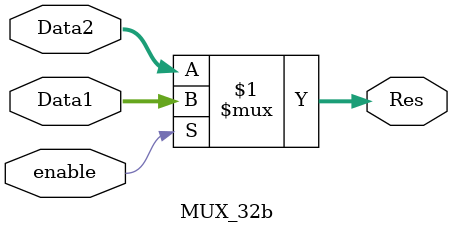
<source format=v>
`timescale 1ns / 1ps
module MUX_32b(
   input enable,
   input [31:0]Data1,
   input [31:0]Data2,
   output [31:0] Res
   );
   
   assign Res = enable?Data1:Data2; 
endmodule
</source>
